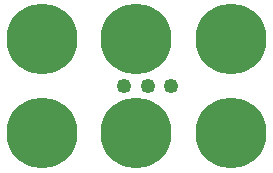
<source format=gtl>
G04 #@! TF.FileFunction,Copper,L1,Top,Signal*
%FSLAX46Y46*%
G04 Gerber Fmt 4.6, Leading zero omitted, Abs format (unit mm)*
G04 Created by KiCad (PCBNEW 4.0.1-3.201512221402+6198~38~ubuntu14.04.1-stable) date Tue 01 Mar 2016 10:09:15 PM PST*
%MOMM*%
G01*
G04 APERTURE LIST*
%ADD10C,0.100000*%
%ADD11C,6.000000*%
%ADD12C,1.250000*%
G04 APERTURE END LIST*
D10*
D11*
X143500000Y-85500000D03*
X127500000Y-93500000D03*
D12*
X136450000Y-89500000D03*
X138450000Y-89500000D03*
X134450000Y-89500000D03*
D11*
X143500000Y-93500000D03*
X127500000Y-85500000D03*
X135500000Y-85500000D03*
X135500000Y-93500000D03*
M02*

</source>
